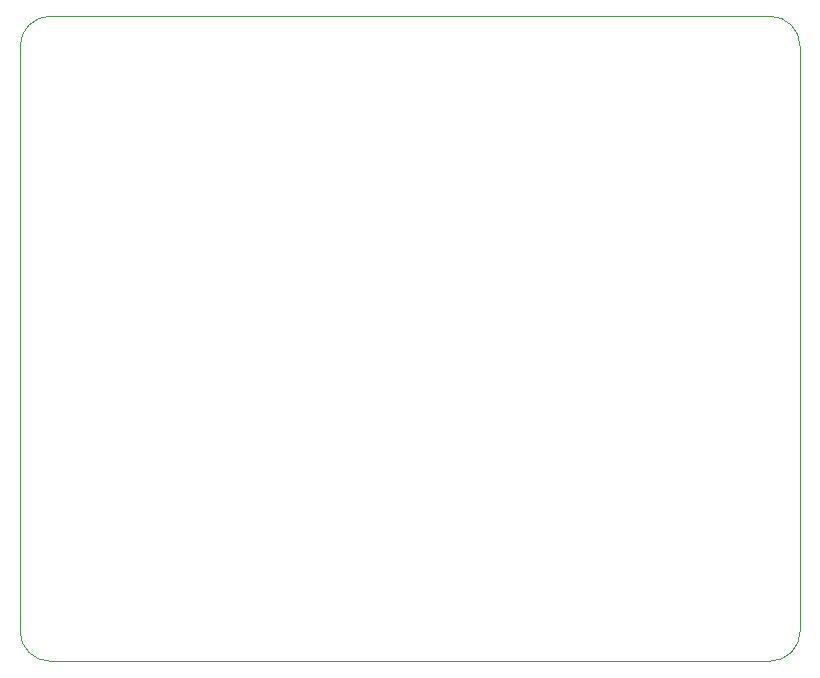
<source format=gbr>
%TF.GenerationSoftware,KiCad,Pcbnew,7.0.6-7.0.6~ubuntu22.04.1*%
%TF.CreationDate,2023-07-15T17:42:53-03:00*%
%TF.ProjectId,FRANZININHO-WIFI-MAKEYMAKEY,4652414e-5a49-44e4-994e-484f2d574946,1.0.0*%
%TF.SameCoordinates,Original*%
%TF.FileFunction,Profile,NP*%
%FSLAX46Y46*%
G04 Gerber Fmt 4.6, Leading zero omitted, Abs format (unit mm)*
G04 Created by KiCad (PCBNEW 7.0.6-7.0.6~ubuntu22.04.1) date 2023-07-15 17:42:53*
%MOMM*%
%LPD*%
G01*
G04 APERTURE LIST*
%TA.AperFunction,Profile*%
%ADD10C,0.100000*%
%TD*%
G04 APERTURE END LIST*
D10*
X185420000Y-69850000D02*
G75*
G03*
X182880000Y-67310000I-2540000J0D01*
G01*
X182880000Y-121920000D02*
G75*
G03*
X185420000Y-119380000I0J2540000D01*
G01*
X185420000Y-119380000D02*
X185420000Y-69850000D01*
X119380000Y-69850000D02*
X119380000Y-119380000D01*
X119380000Y-119380000D02*
G75*
G03*
X121920000Y-121920000I2540000J0D01*
G01*
X121920000Y-67310000D02*
G75*
G03*
X119380000Y-69850000I0J-2540000D01*
G01*
X121920000Y-121920000D02*
X182880000Y-121920000D01*
X182880000Y-67310000D02*
X121920000Y-67310000D01*
M02*

</source>
